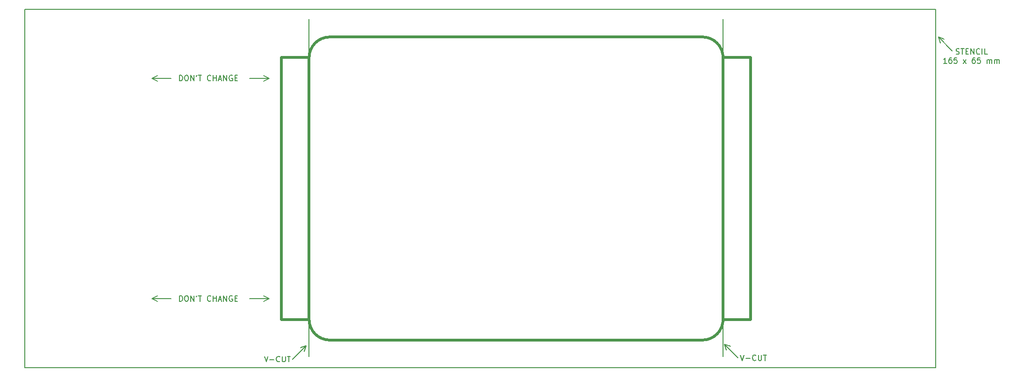
<source format=gbr>
%TF.GenerationSoftware,KiCad,Pcbnew,(5.1.10-1-10_14)*%
%TF.CreationDate,2021-07-27T16:35:17+02:00*%
%TF.ProjectId,EX-PCB-10108-001,45582d50-4342-42d3-9130-3130382d3030,A*%
%TF.SameCoordinates,Original*%
%TF.FileFunction,Other,Comment*%
%FSLAX46Y46*%
G04 Gerber Fmt 4.6, Leading zero omitted, Abs format (unit mm)*
G04 Created by KiCad (PCBNEW (5.1.10-1-10_14)) date 2021-07-27 16:35:17*
%MOMM*%
%LPD*%
G01*
G04 APERTURE LIST*
%ADD10C,0.150000*%
%TA.AperFunction,Profile*%
%ADD11C,0.500000*%
%TD*%
G04 APERTURE END LIST*
D10*
X160462563Y-81512563D02*
X162937437Y-83987437D01*
X160462563Y-81512563D02*
X160816117Y-82573223D01*
X160462563Y-81512563D02*
X161523223Y-81866117D01*
X163664285Y-84579761D02*
X163807142Y-84627380D01*
X164045238Y-84627380D01*
X164140476Y-84579761D01*
X164188095Y-84532142D01*
X164235714Y-84436904D01*
X164235714Y-84341666D01*
X164188095Y-84246428D01*
X164140476Y-84198809D01*
X164045238Y-84151190D01*
X163854761Y-84103571D01*
X163759523Y-84055952D01*
X163711904Y-84008333D01*
X163664285Y-83913095D01*
X163664285Y-83817857D01*
X163711904Y-83722619D01*
X163759523Y-83675000D01*
X163854761Y-83627380D01*
X164092857Y-83627380D01*
X164235714Y-83675000D01*
X164521428Y-83627380D02*
X165092857Y-83627380D01*
X164807142Y-84627380D02*
X164807142Y-83627380D01*
X165426190Y-84103571D02*
X165759523Y-84103571D01*
X165902380Y-84627380D02*
X165426190Y-84627380D01*
X165426190Y-83627380D01*
X165902380Y-83627380D01*
X166330952Y-84627380D02*
X166330952Y-83627380D01*
X166902380Y-84627380D01*
X166902380Y-83627380D01*
X167950000Y-84532142D02*
X167902380Y-84579761D01*
X167759523Y-84627380D01*
X167664285Y-84627380D01*
X167521428Y-84579761D01*
X167426190Y-84484523D01*
X167378571Y-84389285D01*
X167330952Y-84198809D01*
X167330952Y-84055952D01*
X167378571Y-83865476D01*
X167426190Y-83770238D01*
X167521428Y-83675000D01*
X167664285Y-83627380D01*
X167759523Y-83627380D01*
X167902380Y-83675000D01*
X167950000Y-83722619D01*
X168378571Y-84627380D02*
X168378571Y-83627380D01*
X169330952Y-84627380D02*
X168854761Y-84627380D01*
X168854761Y-83627380D01*
X161950000Y-86277380D02*
X161378571Y-86277380D01*
X161664285Y-86277380D02*
X161664285Y-85277380D01*
X161569047Y-85420238D01*
X161473809Y-85515476D01*
X161378571Y-85563095D01*
X162807142Y-85277380D02*
X162616666Y-85277380D01*
X162521428Y-85325000D01*
X162473809Y-85372619D01*
X162378571Y-85515476D01*
X162330952Y-85705952D01*
X162330952Y-86086904D01*
X162378571Y-86182142D01*
X162426190Y-86229761D01*
X162521428Y-86277380D01*
X162711904Y-86277380D01*
X162807142Y-86229761D01*
X162854761Y-86182142D01*
X162902380Y-86086904D01*
X162902380Y-85848809D01*
X162854761Y-85753571D01*
X162807142Y-85705952D01*
X162711904Y-85658333D01*
X162521428Y-85658333D01*
X162426190Y-85705952D01*
X162378571Y-85753571D01*
X162330952Y-85848809D01*
X163807142Y-85277380D02*
X163330952Y-85277380D01*
X163283333Y-85753571D01*
X163330952Y-85705952D01*
X163426190Y-85658333D01*
X163664285Y-85658333D01*
X163759523Y-85705952D01*
X163807142Y-85753571D01*
X163854761Y-85848809D01*
X163854761Y-86086904D01*
X163807142Y-86182142D01*
X163759523Y-86229761D01*
X163664285Y-86277380D01*
X163426190Y-86277380D01*
X163330952Y-86229761D01*
X163283333Y-86182142D01*
X164950000Y-86277380D02*
X165473809Y-85610714D01*
X164950000Y-85610714D02*
X165473809Y-86277380D01*
X167045238Y-85277380D02*
X166854761Y-85277380D01*
X166759523Y-85325000D01*
X166711904Y-85372619D01*
X166616666Y-85515476D01*
X166569047Y-85705952D01*
X166569047Y-86086904D01*
X166616666Y-86182142D01*
X166664285Y-86229761D01*
X166759523Y-86277380D01*
X166950000Y-86277380D01*
X167045238Y-86229761D01*
X167092857Y-86182142D01*
X167140476Y-86086904D01*
X167140476Y-85848809D01*
X167092857Y-85753571D01*
X167045238Y-85705952D01*
X166950000Y-85658333D01*
X166759523Y-85658333D01*
X166664285Y-85705952D01*
X166616666Y-85753571D01*
X166569047Y-85848809D01*
X168045238Y-85277380D02*
X167569047Y-85277380D01*
X167521428Y-85753571D01*
X167569047Y-85705952D01*
X167664285Y-85658333D01*
X167902380Y-85658333D01*
X167997619Y-85705952D01*
X168045238Y-85753571D01*
X168092857Y-85848809D01*
X168092857Y-86086904D01*
X168045238Y-86182142D01*
X167997619Y-86229761D01*
X167902380Y-86277380D01*
X167664285Y-86277380D01*
X167569047Y-86229761D01*
X167521428Y-86182142D01*
X169283333Y-86277380D02*
X169283333Y-85610714D01*
X169283333Y-85705952D02*
X169330952Y-85658333D01*
X169426190Y-85610714D01*
X169569047Y-85610714D01*
X169664285Y-85658333D01*
X169711904Y-85753571D01*
X169711904Y-86277380D01*
X169711904Y-85753571D02*
X169759523Y-85658333D01*
X169854761Y-85610714D01*
X169997619Y-85610714D01*
X170092857Y-85658333D01*
X170140476Y-85753571D01*
X170140476Y-86277380D01*
X170616666Y-86277380D02*
X170616666Y-85610714D01*
X170616666Y-85705952D02*
X170664285Y-85658333D01*
X170759523Y-85610714D01*
X170902380Y-85610714D01*
X170997619Y-85658333D01*
X171045238Y-85753571D01*
X171045238Y-86277380D01*
X171045238Y-85753571D02*
X171092857Y-85658333D01*
X171188095Y-85610714D01*
X171330952Y-85610714D01*
X171426190Y-85658333D01*
X171473809Y-85753571D01*
X171473809Y-86277380D01*
X159950000Y-141500000D02*
X159950000Y-76500000D01*
X-5050000Y-141500000D02*
X-5050000Y-76500000D01*
X-5050000Y-141500000D02*
X159950000Y-141500000D01*
X-5050000Y-76500000D02*
X159950000Y-76500000D01*
X39200000Y-89000000D02*
X38200000Y-88500000D01*
X17950000Y-89000000D02*
X18950000Y-89500000D01*
X39200000Y-89000000D02*
X35700000Y-89000000D01*
X39200000Y-89000000D02*
X38200000Y-89500000D01*
X17950000Y-89000000D02*
X18950000Y-88500000D01*
X17950000Y-89000000D02*
X21450000Y-89000000D01*
X22961904Y-89452380D02*
X22961904Y-88452380D01*
X23200000Y-88452380D01*
X23342857Y-88500000D01*
X23438095Y-88595238D01*
X23485714Y-88690476D01*
X23533333Y-88880952D01*
X23533333Y-89023809D01*
X23485714Y-89214285D01*
X23438095Y-89309523D01*
X23342857Y-89404761D01*
X23200000Y-89452380D01*
X22961904Y-89452380D01*
X24152380Y-88452380D02*
X24342857Y-88452380D01*
X24438095Y-88500000D01*
X24533333Y-88595238D01*
X24580952Y-88785714D01*
X24580952Y-89119047D01*
X24533333Y-89309523D01*
X24438095Y-89404761D01*
X24342857Y-89452380D01*
X24152380Y-89452380D01*
X24057142Y-89404761D01*
X23961904Y-89309523D01*
X23914285Y-89119047D01*
X23914285Y-88785714D01*
X23961904Y-88595238D01*
X24057142Y-88500000D01*
X24152380Y-88452380D01*
X25009523Y-89452380D02*
X25009523Y-88452380D01*
X25580952Y-89452380D01*
X25580952Y-88452380D01*
X26104761Y-88452380D02*
X26104761Y-88500000D01*
X26057142Y-88595238D01*
X26009523Y-88642857D01*
X26390476Y-88452380D02*
X26961904Y-88452380D01*
X26676190Y-89452380D02*
X26676190Y-88452380D01*
X28628571Y-89357142D02*
X28580952Y-89404761D01*
X28438095Y-89452380D01*
X28342857Y-89452380D01*
X28200000Y-89404761D01*
X28104761Y-89309523D01*
X28057142Y-89214285D01*
X28009523Y-89023809D01*
X28009523Y-88880952D01*
X28057142Y-88690476D01*
X28104761Y-88595238D01*
X28200000Y-88500000D01*
X28342857Y-88452380D01*
X28438095Y-88452380D01*
X28580952Y-88500000D01*
X28628571Y-88547619D01*
X29057142Y-89452380D02*
X29057142Y-88452380D01*
X29057142Y-88928571D02*
X29628571Y-88928571D01*
X29628571Y-89452380D02*
X29628571Y-88452380D01*
X30057142Y-89166666D02*
X30533333Y-89166666D01*
X29961904Y-89452380D02*
X30295238Y-88452380D01*
X30628571Y-89452380D01*
X30961904Y-89452380D02*
X30961904Y-88452380D01*
X31533333Y-89452380D01*
X31533333Y-88452380D01*
X32533333Y-88500000D02*
X32438095Y-88452380D01*
X32295238Y-88452380D01*
X32152380Y-88500000D01*
X32057142Y-88595238D01*
X32009523Y-88690476D01*
X31961904Y-88880952D01*
X31961904Y-89023809D01*
X32009523Y-89214285D01*
X32057142Y-89309523D01*
X32152380Y-89404761D01*
X32295238Y-89452380D01*
X32390476Y-89452380D01*
X32533333Y-89404761D01*
X32580952Y-89357142D01*
X32580952Y-89023809D01*
X32390476Y-89023809D01*
X33009523Y-88928571D02*
X33342857Y-88928571D01*
X33485714Y-89452380D02*
X33009523Y-89452380D01*
X33009523Y-88452380D01*
X33485714Y-88452380D01*
X17950000Y-129000000D02*
X18950000Y-129500000D01*
X17950000Y-129000000D02*
X21450000Y-129000000D01*
X17950000Y-129000000D02*
X18950000Y-128500000D01*
X39200000Y-129000000D02*
X35700000Y-129000000D01*
X39200000Y-129000000D02*
X38200000Y-128500000D01*
X39200000Y-129000000D02*
X38200000Y-129500000D01*
X22961904Y-129452380D02*
X22961904Y-128452380D01*
X23200000Y-128452380D01*
X23342857Y-128500000D01*
X23438095Y-128595238D01*
X23485714Y-128690476D01*
X23533333Y-128880952D01*
X23533333Y-129023809D01*
X23485714Y-129214285D01*
X23438095Y-129309523D01*
X23342857Y-129404761D01*
X23200000Y-129452380D01*
X22961904Y-129452380D01*
X24152380Y-128452380D02*
X24342857Y-128452380D01*
X24438095Y-128500000D01*
X24533333Y-128595238D01*
X24580952Y-128785714D01*
X24580952Y-129119047D01*
X24533333Y-129309523D01*
X24438095Y-129404761D01*
X24342857Y-129452380D01*
X24152380Y-129452380D01*
X24057142Y-129404761D01*
X23961904Y-129309523D01*
X23914285Y-129119047D01*
X23914285Y-128785714D01*
X23961904Y-128595238D01*
X24057142Y-128500000D01*
X24152380Y-128452380D01*
X25009523Y-129452380D02*
X25009523Y-128452380D01*
X25580952Y-129452380D01*
X25580952Y-128452380D01*
X26104761Y-128452380D02*
X26104761Y-128500000D01*
X26057142Y-128595238D01*
X26009523Y-128642857D01*
X26390476Y-128452380D02*
X26961904Y-128452380D01*
X26676190Y-129452380D02*
X26676190Y-128452380D01*
X28628571Y-129357142D02*
X28580952Y-129404761D01*
X28438095Y-129452380D01*
X28342857Y-129452380D01*
X28200000Y-129404761D01*
X28104761Y-129309523D01*
X28057142Y-129214285D01*
X28009523Y-129023809D01*
X28009523Y-128880952D01*
X28057142Y-128690476D01*
X28104761Y-128595238D01*
X28200000Y-128500000D01*
X28342857Y-128452380D01*
X28438095Y-128452380D01*
X28580952Y-128500000D01*
X28628571Y-128547619D01*
X29057142Y-129452380D02*
X29057142Y-128452380D01*
X29057142Y-128928571D02*
X29628571Y-128928571D01*
X29628571Y-129452380D02*
X29628571Y-128452380D01*
X30057142Y-129166666D02*
X30533333Y-129166666D01*
X29961904Y-129452380D02*
X30295238Y-128452380D01*
X30628571Y-129452380D01*
X30961904Y-129452380D02*
X30961904Y-128452380D01*
X31533333Y-129452380D01*
X31533333Y-128452380D01*
X32533333Y-128500000D02*
X32438095Y-128452380D01*
X32295238Y-128452380D01*
X32152380Y-128500000D01*
X32057142Y-128595238D01*
X32009523Y-128690476D01*
X31961904Y-128880952D01*
X31961904Y-129023809D01*
X32009523Y-129214285D01*
X32057142Y-129309523D01*
X32152380Y-129404761D01*
X32295238Y-129452380D01*
X32390476Y-129452380D01*
X32533333Y-129404761D01*
X32580952Y-129357142D01*
X32580952Y-129023809D01*
X32390476Y-129023809D01*
X33009523Y-128928571D02*
X33342857Y-128928571D01*
X33485714Y-129452380D02*
X33009523Y-129452380D01*
X33009523Y-128452380D01*
X33485714Y-128452380D01*
X45937437Y-137512563D02*
X43462563Y-139987437D01*
X45937437Y-137512563D02*
X44876777Y-137866117D01*
X45937437Y-137512563D02*
X45583883Y-138573223D01*
X38342857Y-139452380D02*
X38676190Y-140452380D01*
X39009523Y-139452380D01*
X39342857Y-140071428D02*
X40104761Y-140071428D01*
X41152380Y-140357142D02*
X41104761Y-140404761D01*
X40961904Y-140452380D01*
X40866666Y-140452380D01*
X40723809Y-140404761D01*
X40628571Y-140309523D01*
X40580952Y-140214285D01*
X40533333Y-140023809D01*
X40533333Y-139880952D01*
X40580952Y-139690476D01*
X40628571Y-139595238D01*
X40723809Y-139500000D01*
X40866666Y-139452380D01*
X40961904Y-139452380D01*
X41104761Y-139500000D01*
X41152380Y-139547619D01*
X41580952Y-139452380D02*
X41580952Y-140261904D01*
X41628571Y-140357142D01*
X41676190Y-140404761D01*
X41771428Y-140452380D01*
X41961904Y-140452380D01*
X42057142Y-140404761D01*
X42104761Y-140357142D01*
X42152380Y-140261904D01*
X42152380Y-139452380D01*
X42485714Y-139452380D02*
X43057142Y-139452380D01*
X42771428Y-140452380D02*
X42771428Y-139452380D01*
X124592857Y-139202380D02*
X124926190Y-140202380D01*
X125259523Y-139202380D01*
X125592857Y-139821428D02*
X126354761Y-139821428D01*
X127402380Y-140107142D02*
X127354761Y-140154761D01*
X127211904Y-140202380D01*
X127116666Y-140202380D01*
X126973809Y-140154761D01*
X126878571Y-140059523D01*
X126830952Y-139964285D01*
X126783333Y-139773809D01*
X126783333Y-139630952D01*
X126830952Y-139440476D01*
X126878571Y-139345238D01*
X126973809Y-139250000D01*
X127116666Y-139202380D01*
X127211904Y-139202380D01*
X127354761Y-139250000D01*
X127402380Y-139297619D01*
X127830952Y-139202380D02*
X127830952Y-140011904D01*
X127878571Y-140107142D01*
X127926190Y-140154761D01*
X128021428Y-140202380D01*
X128211904Y-140202380D01*
X128307142Y-140154761D01*
X128354761Y-140107142D01*
X128402380Y-140011904D01*
X128402380Y-139202380D01*
X128735714Y-139202380D02*
X129307142Y-139202380D01*
X129021428Y-140202380D02*
X129021428Y-139202380D01*
X121712563Y-137262563D02*
X122773223Y-137616117D01*
X121712563Y-137262563D02*
X122066117Y-138323223D01*
X121712563Y-137262563D02*
X124187437Y-139737437D01*
X46450000Y-78250000D02*
X46450000Y-139500000D01*
X121450000Y-78250000D02*
X121450000Y-139500000D01*
D11*
X41450000Y-85250000D02*
X46450000Y-85250000D01*
X41450000Y-132750000D02*
X46450000Y-132750000D01*
X121450000Y-132750000D02*
X126450000Y-132750000D01*
X126450000Y-85250000D02*
X121450000Y-85250000D01*
X126450000Y-85250000D02*
X126450000Y-132750000D01*
X41450000Y-85250000D02*
X41450000Y-132750000D01*
X117700000Y-81500000D02*
G75*
G02*
X121450000Y-85250000I0J-3750000D01*
G01*
X46450000Y-85250000D02*
G75*
G02*
X50200000Y-81500000I3750000J0D01*
G01*
X50200000Y-136500000D02*
G75*
G02*
X46450000Y-132750000I0J3750000D01*
G01*
X121450000Y-132750000D02*
G75*
G02*
X117700000Y-136500000I-3750000J0D01*
G01*
X46450000Y-85250000D02*
X46450000Y-132750000D01*
X117700000Y-136500000D02*
X50200000Y-136500000D01*
X117700000Y-81500000D02*
X50200000Y-81500000D01*
X121450000Y-85250000D02*
X121450000Y-132750000D01*
M02*

</source>
